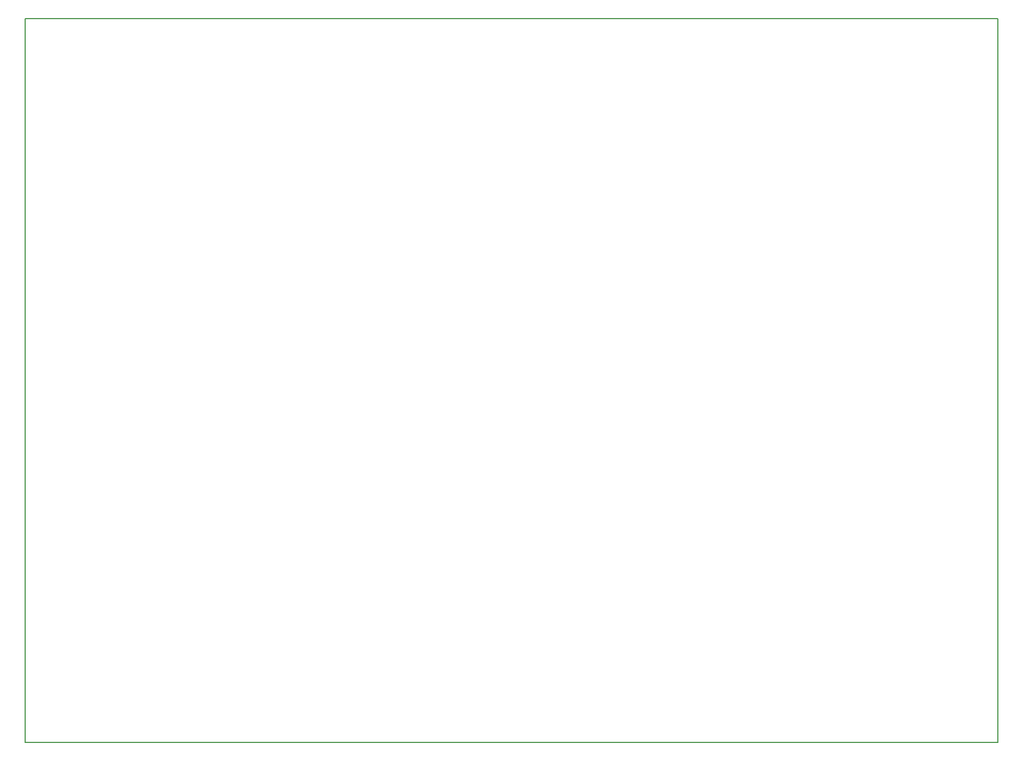
<source format=gm1>
G04 MADE WITH FRITZING*
G04 WWW.FRITZING.ORG*
G04 DOUBLE SIDED*
G04 HOLES PLATED*
G04 CONTOUR ON CENTER OF CONTOUR VECTOR*
%ASAXBY*%
%FSLAX23Y23*%
%MOIN*%
%OFA0B0*%
%SFA1.0B1.0*%
%ADD10R,5.940130X4.418160*%
%ADD11C,0.008000*%
%ADD10C,0.008*%
%LNCONTOUR*%
G90*
G70*
G54D10*
G54D11*
X4Y4414D02*
X5936Y4414D01*
X5936Y4D01*
X4Y4D01*
X4Y4414D01*
D02*
G04 End of contour*
M02*
</source>
